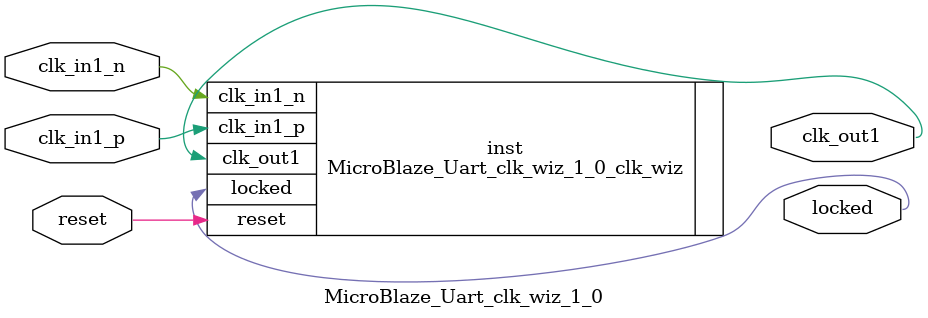
<source format=v>


`timescale 1ps/1ps

(* CORE_GENERATION_INFO = "MicroBlaze_Uart_clk_wiz_1_0,clk_wiz_v6_0_5_0_0,{component_name=MicroBlaze_Uart_clk_wiz_1_0,use_phase_alignment=true,use_min_o_jitter=false,use_max_i_jitter=false,use_dyn_phase_shift=false,use_inclk_switchover=false,use_dyn_reconfig=false,enable_axi=0,feedback_source=FDBK_AUTO,PRIMITIVE=MMCM,num_out_clk=1,clkin1_period=10.000,clkin2_period=10.000,use_power_down=false,use_reset=true,use_locked=true,use_inclk_stopped=false,feedback_type=SINGLE,CLOCK_MGR_TYPE=NA,manual_override=false}" *)

module MicroBlaze_Uart_clk_wiz_1_0 
 (
  // Clock out ports
  output        clk_out1,
  // Status and control signals
  input         reset,
  output        locked,
 // Clock in ports
  input         clk_in1_p,
  input         clk_in1_n
 );

  MicroBlaze_Uart_clk_wiz_1_0_clk_wiz inst
  (
  // Clock out ports  
  .clk_out1(clk_out1),
  // Status and control signals               
  .reset(reset), 
  .locked(locked),
 // Clock in ports
  .clk_in1_p(clk_in1_p),
  .clk_in1_n(clk_in1_n)
  );

endmodule

</source>
